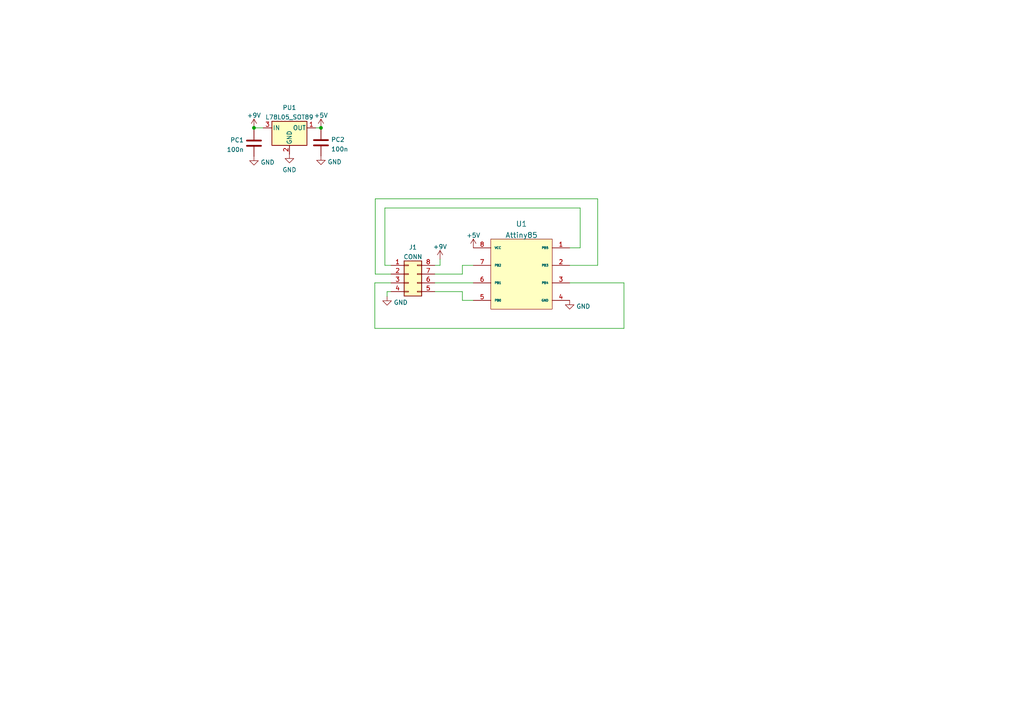
<source format=kicad_sch>
(kicad_sch (version 20211123) (generator eeschema)
  (paper "A4")
  (lib_symbols
    (symbol "4ms-ic:Attiny85" (pin_names (offset 1.016))
      (property "Reference" "U" (at 0 1.27 0))
      (property "Value" "Attiny85" (at 0 -1.27 0))
      (symbol "Attiny85_1_1"
        (rectangle (start -8.89 -10.16) (end 8.89 10.16) (fill (type background)))
        (pin input line (at 13.97 7.62 180) (length 5.08) (name "PB5") (number "1"))
        (pin input line (at 13.97 2.54 180) (length 5.08) (name "PB3") (number "2"))
        (pin input line (at 13.97 -2.54 180) (length 5.08) (name "PB4") (number "3"))
        (pin input line (at 13.97 -7.62 180) (length 5.08) (name "GND") (number "4"))
        (pin input line (at -13.97 -7.62 0) (length 5.08) (name "PB0") (number "5"))
        (pin input line (at -13.97 -2.54 0) (length 5.08) (name "PB1") (number "6"))
        (pin input line (at -13.97 2.54 0) (length 5.08) (name "PB2") (number "7"))
        (pin input line (at -13.97 7.62 0) (length 5.08) (name "VCC") (number "8"))
      )
    )
    (symbol "4ms-passives:CAP_TH" (pin_numbers hide) (pin_names (offset 0.254))
      (property "Reference" "C" (at 0.635 2.54 0))
      (property "Value" "CAP_TH" (at 0.635 -2.54 0))
      (symbol "CAP_TH_0_1"
        (polyline (pts (xy -2.032 -0.762) (xy 2.032 -0.762)) (stroke (width 0.508)))
        (polyline (pts (xy -2.032 0.762) (xy 2.032 0.762)) (stroke (width 0.508)))
      )
      (symbol "CAP_TH_1_1"
        (pin passive line (at 0 3.81 270) (length 2.794) (name "~") (number "1"))
        (pin passive line (at 0 -3.81 90) (length 2.794) (name "~") (number "2"))
      )
    )
    (symbol "4ms-power:+5V" (power) (pin_names (offset 0))
      (property "Value" "+5V" (at 0 3.556 0))
      (symbol "+5V_0_1"
        (polyline (pts (xy -0.762 1.27) (xy 0 2.54)))
        (polyline (pts (xy 0 0) (xy 0 2.54)))
        (polyline (pts (xy 0 2.54) (xy 0.762 1.27)))
      )
      (symbol "+5V_1_1"
        (pin power_in line (at 0 0 90) (length 0) hide (name "+5V") (number "1"))
      )
    )
    (symbol "Connector_Generic:Conn_02x04_Counter_Clockwise" (pin_names (offset 1.016) hide)
      (property "Reference" "J" (at 1.27 5.08 0))
      (property "Value" "Conn_02x04_Counter_Clockwise" (at 1.27 -7.62 0))
      (symbol "Conn_02x04_Counter_Clockwise_1_1"
        (rectangle (start -1.27 -4.953) (end 0 -5.207) (stroke (width 0.1524)))
        (rectangle (start -1.27 -2.413) (end 0 -2.667) (stroke (width 0.1524)))
        (rectangle (start -1.27 0.127) (end 0 -0.127) (stroke (width 0.1524)))
        (rectangle (start -1.27 2.667) (end 0 2.413) (stroke (width 0.1524)))
        (rectangle (start -1.27 3.81) (end 3.81 -6.35) (stroke (width 0.254)) (fill (type background)))
        (rectangle (start 3.81 -4.953) (end 2.54 -5.207) (stroke (width 0.1524)))
        (rectangle (start 3.81 -2.413) (end 2.54 -2.667) (stroke (width 0.1524)))
        (rectangle (start 3.81 0.127) (end 2.54 -0.127) (stroke (width 0.1524)))
        (rectangle (start 3.81 2.667) (end 2.54 2.413) (stroke (width 0.1524)))
        (pin passive line (at -5.08 2.54 0) (length 3.81) (name "Pin_1") (number "1"))
        (pin passive line (at -5.08 0 0) (length 3.81) (name "Pin_2") (number "2"))
        (pin passive line (at -5.08 -2.54 0) (length 3.81) (name "Pin_3") (number "3"))
        (pin passive line (at -5.08 -5.08 0) (length 3.81) (name "Pin_4") (number "4"))
        (pin passive line (at 7.62 -5.08 180) (length 3.81) (name "Pin_5") (number "5"))
        (pin passive line (at 7.62 -2.54 180) (length 3.81) (name "Pin_6") (number "6"))
        (pin passive line (at 7.62 0 180) (length 3.81) (name "Pin_7") (number "7"))
        (pin passive line (at 7.62 2.54 180) (length 3.81) (name "Pin_8") (number "8"))
      )
    )
    (symbol "Regulator_Linear:L78L05_SOT89" (pin_names (offset 0.254))
      (property "Reference" "U" (at -3.81 3.175 0))
      (property "Value" "L78L05_SOT89" (at -0.635 3.175 0))
      (symbol "L78L05_SOT89_0_1"
        (rectangle (start -5.08 1.905) (end 5.08 -5.08) (stroke (width 0.254)) (fill (type background)))
      )
      (symbol "L78L05_SOT89_1_1"
        (pin power_out line (at 7.62 0 180) (length 2.54) (name "OUT") (number "1"))
        (pin power_in line (at 0 -7.62 90) (length 2.54) (name "GND") (number "2"))
        (pin power_in line (at -7.62 0 0) (length 2.54) (name "IN") (number "3"))
      )
    )
    (symbol "power:+9V" (power) (pin_names (offset 0))
      (property "Value" "+9V" (at 0 3.556 0))
      (symbol "+9V_0_1"
        (polyline (pts (xy -0.762 1.27) (xy 0 2.54)))
        (polyline (pts (xy 0 0) (xy 0 2.54)))
        (polyline (pts (xy 0 2.54) (xy 0.762 1.27)))
      )
      (symbol "+9V_1_1"
        (pin power_in line (at 0 0 90) (length 0) hide (name "+9V") (number "1"))
      )
    )
    (symbol "power:GND" (power) (pin_names (offset 0))
      (property "Value" "GND" (at 0 -3.81 0))
      (symbol "GND_0_1"
        (polyline (pts (xy 0 0) (xy 0 -1.27) (xy 1.27 -1.27) (xy 0 -2.54) (xy -1.27 -1.27) (xy 0 -1.27)))
      )
      (symbol "GND_1_1"
        (pin power_in line (at 0 0 270) (length 0) hide (name "GND") (number "1"))
      )
    )
  )
  (junction (at 73.66 37.084))
  (junction (at 93.091 37.084))
  (wire (pts (xy 73.66 37.084) (xy 73.66 37.719)))
  (wire (pts (xy 173.355 57.658) (xy 108.839 57.658)))
  (wire (pts (xy 111.633 60.325) (xy 111.633 76.962)))
  (wire (pts (xy 134.112 84.582) (xy 126.111 84.582)))
  (wire (pts (xy 111.633 76.962) (xy 113.411 76.962)))
  (wire (pts (xy 173.355 76.962) (xy 173.355 57.658)))
  (wire (pts (xy 108.712 82.042) (xy 113.411 82.042)))
  (wire (pts (xy 137.287 76.962) (xy 134.112 76.962)))
  (wire (pts (xy 134.112 87.122) (xy 134.112 84.582)))
  (wire (pts (xy 180.975 82.042) (xy 180.975 95.25)))
  (wire (pts (xy 93.091 37.084) (xy 93.091 37.592)))
  (wire (pts (xy 165.227 82.042) (xy 180.975 82.042)))
  (wire (pts (xy 134.112 76.962) (xy 134.112 79.502)))
  (wire (pts (xy 73.66 37.084) (xy 76.327 37.084)))
  (wire (pts (xy 127.635 76.962) (xy 126.111 76.962)))
  (wire (pts (xy 91.567 37.084) (xy 93.091 37.084)))
  (wire (pts (xy 137.287 87.122) (xy 134.112 87.122)))
  (wire (pts (xy 126.111 82.042) (xy 137.287 82.042)))
  (wire (pts (xy 108.712 95.25) (xy 108.712 82.042)))
  (wire (pts (xy 108.839 57.658) (xy 108.839 79.502)))
  (wire (pts (xy 108.839 79.502) (xy 113.411 79.502)))
  (wire (pts (xy 168.275 60.325) (xy 111.633 60.325)))
  (wire (pts (xy 180.975 95.25) (xy 108.712 95.25)))
  (wire (pts (xy 165.227 71.882) (xy 168.275 71.882)))
  (wire (pts (xy 112.268 84.582) (xy 113.411 84.582)))
  (wire (pts (xy 112.268 85.979) (xy 112.268 84.582)))
  (wire (pts (xy 168.275 71.882) (xy 168.275 60.325)))
  (wire (pts (xy 126.111 79.502) (xy 134.112 79.502)))
  (wire (pts (xy 165.227 76.962) (xy 173.355 76.962)))
  (wire (pts (xy 127.635 75.184) (xy 127.635 76.962)))
  (symbol (lib_id "Regulator_Linear:L78L05_SOT89") (at 83.947 37.084 0) (unit 1)
    (property "Reference" "PU1" (at 83.947 31.2125 0))
    (property "Value" "L78L05_SOT89" (at 83.947 33.9876 0))
    (property "Footprint" "Package_TO_SOT_SMD:SOT-89-3" (effects hide))
    (property "Datasheet" "http://www.st.com/content/ccc/resource/technical/document/datasheet/15/55/e5/aa/23/5b/43/fd/CD00000446.pdf/files/CD00000446.pdf/jcr:content/translations/en.CD00000446.pdf" (effects hide))
  )
  (symbol (lib_id "Connector_Generic:Conn_02x04_Counter_Clockwise") (at 118.491 79.502 0) (unit 1)
    (property "Reference" "J1" (at 119.761 71.7255 0))
    (property "Value" "CONN" (at 119.761 74.5006 0))
    (property "Footprint" "swamp-witch:DIP_8pin_TH" (effects hide))
  )
  (symbol (lib_id "4ms-power:+5V") (at 137.287 71.882 0) (unit 1)
    (property "Reference" "#PWR0102" (effects hide))
    (property "Value" "+5V" (at 137.287 68.2775 0))
  )
  (symbol (lib_id "4ms-passives:CAP_TH") (at 73.66 41.529 0) (mirror x) (unit 1)
    (property "Reference" "PC1" (at 70.739 40.6205 0) (effects (justify right)))
    (property "Value" "100n" (at 70.739 43.3956 0) (effects (justify right)))
    (property "Footprint" "swamp-witch:C_0805" (effects hide))
  )
  (symbol (lib_id "4ms-ic:Attiny85") (at 151.257 79.502 0) (unit 1)
    (property "Reference" "U1" (at 151.257 64.9381 0) (effects (font (size 1.524 1.524))))
    (property "Value" "Attiny85" (at 151.257 68.2171 0) (effects (font (size 1.524 1.524))))
    (property "Footprint" "Package_SO:SOIC-8_3.9x4.9mm_P1.27mm" (effects hide))
  )
  (symbol (lib_id "power:GND") (at 73.66 45.339 0) (unit 1)
    (property "Reference" "#PWR0107" (effects hide))
    (property "Value" "GND" (at 75.565 47.088 0) (effects (justify left)))
  )
  (symbol (lib_id "power:GND") (at 83.947 44.704 0) (unit 1)
    (property "Reference" "#PWR0108" (effects hide))
    (property "Value" "GND" (at 83.947 49.2665 0))
  )
  (symbol (lib_id "power:+9V") (at 73.66 37.084 0) (unit 1)
    (property "Reference" "#PWR0106" (effects hide))
    (property "Value" "+9V" (at 73.66 33.4795 0))
  )
  (symbol (lib_id "4ms-power:+5V") (at 93.091 37.084 0) (unit 1)
    (property "Reference" "#PWR0103" (effects hide))
    (property "Value" "+5V" (at 93.091 33.4795 0))
  )
  (symbol (lib_id "power:GND") (at 165.227 87.122 0) (unit 1)
    (property "Reference" "#PWR0101" (effects hide))
    (property "Value" "GND" (at 167.132 88.871 0) (effects (justify left)))
  )
  (symbol (lib_id "power:GND") (at 93.091 45.212 0) (unit 1)
    (property "Reference" "#PWR0104" (effects hide))
    (property "Value" "GND" (at 94.996 46.961 0) (effects (justify left)))
  )
  (symbol (lib_id "power:+9V") (at 127.635 75.184 0) (unit 1)
    (property "Reference" "#PWR0105" (effects hide))
    (property "Value" "+9V" (at 127.635 71.5795 0))
  )
  (symbol (lib_id "4ms-passives:CAP_TH") (at 93.091 41.402 0) (unit 1)
    (property "Reference" "PC2" (at 96.012 40.4935 0) (effects (justify left)))
    (property "Value" "100n" (at 96.012 43.2686 0) (effects (justify left)))
    (property "Footprint" "swamp-witch:C_0805" (effects hide))
  )
  (symbol (lib_id "power:GND") (at 112.268 85.979 0) (unit 1)
    (property "Reference" "#PWR0109" (effects hide))
    (property "Value" "GND" (at 114.173 87.728 0) (effects (justify left)))
  )
)
</source>
